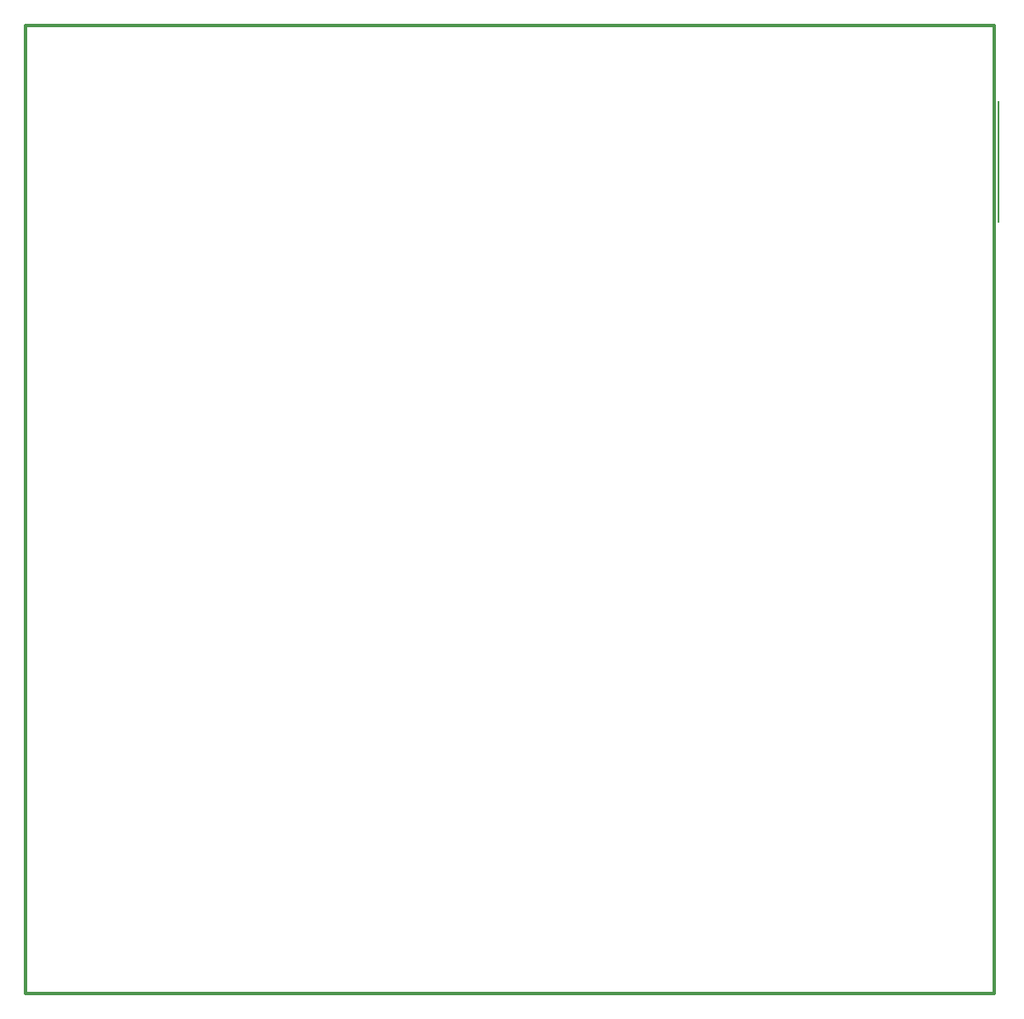
<source format=gko>
G04 Layer_Color=16711935*
%FSLAX43Y43*%
%MOMM*%
G71*
G01*
G75*
%ADD37C,0.300*%
%ADD39C,0.200*%
D37*
X52100Y77500D02*
Y173900D01*
X148500D01*
Y77500D02*
Y173900D01*
X52100Y77500D02*
X148500D01*
D39*
X148925Y154375D02*
Y166375D01*
M02*

</source>
